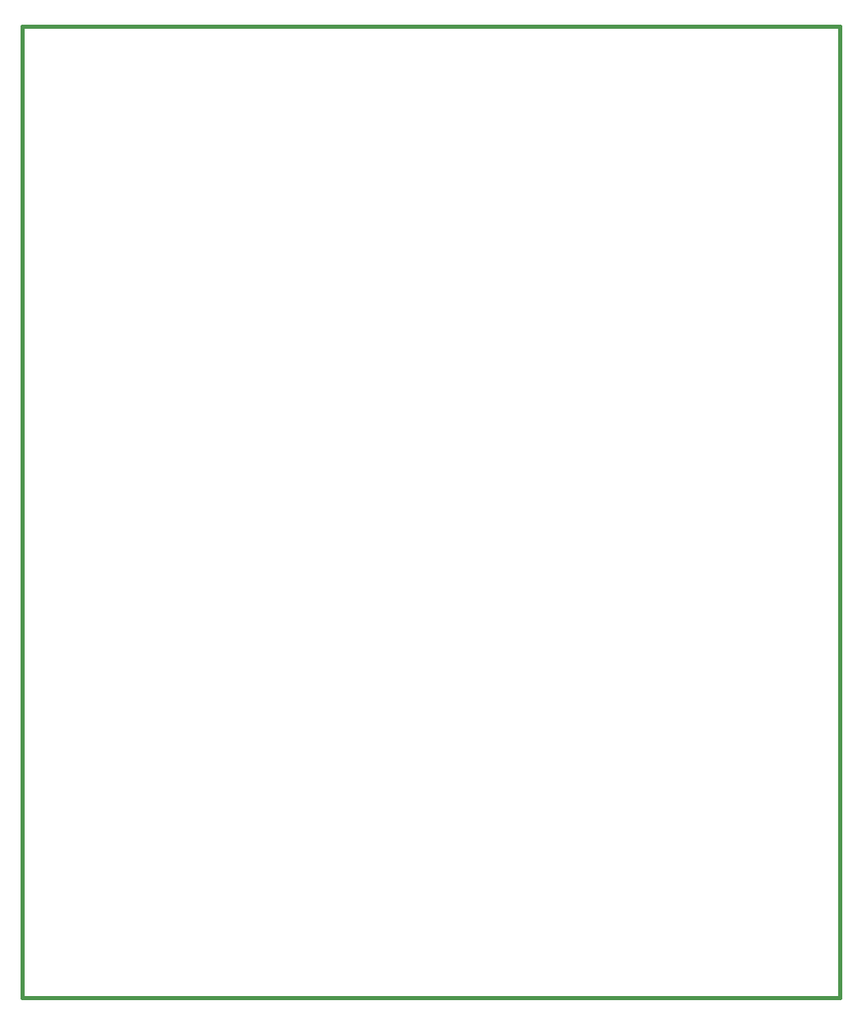
<source format=gm1>
G04 #@! TF.GenerationSoftware,KiCad,Pcbnew,(5.1.5)-3*
G04 #@! TF.CreationDate,2021-08-30T19:36:05+02:00*
G04 #@! TF.ProjectId,fsu,6673752e-6b69-4636-9164-5f7063625858,0431 -*
G04 #@! TF.SameCoordinates,Original*
G04 #@! TF.FileFunction,Profile,NP*
%FSLAX46Y46*%
G04 Gerber Fmt 4.6, Leading zero omitted, Abs format (unit mm)*
G04 Created by KiCad (PCBNEW (5.1.5)-3) date 2021-08-30 19:36:05*
%MOMM*%
%LPD*%
G04 APERTURE LIST*
%ADD10C,0.381000*%
G04 APERTURE END LIST*
D10*
X66294000Y-151500000D02*
X66294000Y-51500000D01*
X66294000Y-51500000D02*
X150500000Y-51500000D01*
X150500000Y-151500000D02*
X150500000Y-51500000D01*
X66294000Y-151500000D02*
X150500000Y-151500000D01*
M02*

</source>
